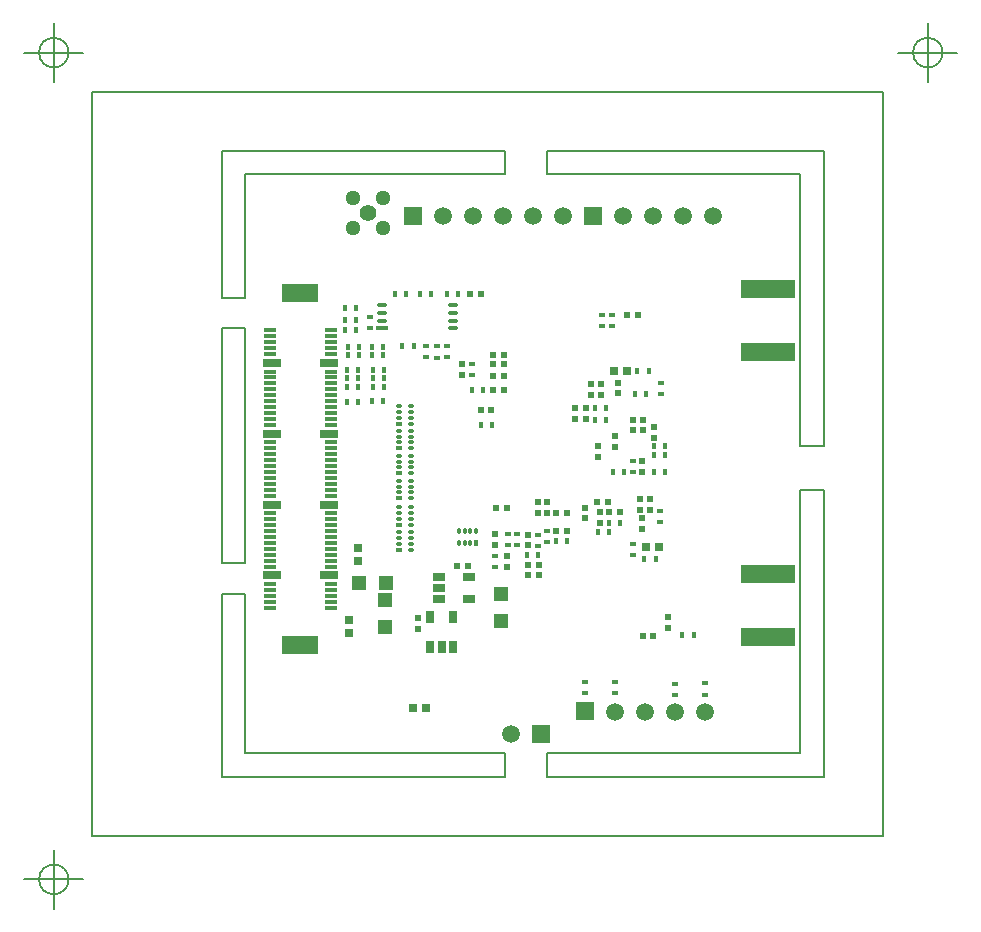
<source format=gbp>
G04 (created by PCBNEW-RS274X (2012-08-04 BZR 3667)-testing) date 10/19/2012 6:39:08 PM*
%MOIN*%
G04 Gerber Fmt 3.4, Leading zero omitted, Abs format*
%FSLAX34Y34*%
G01*
G70*
G90*
G04 APERTURE LIST*
%ADD10C,0.0017*%
%ADD11C,0.0059*%
%ADD12C,0.0077*%
%ADD13R,0.0432X0.0117*%
%ADD14R,0.0589X0.0275*%
%ADD15R,0.122X0.0629*%
%ADD16R,0.0433X0.0118*%
%ADD17R,0.0472X0.051*%
%ADD18R,0.0175X0.0195*%
%ADD19R,0.0195X0.0175*%
%ADD20R,0.0314X0.0275*%
%ADD21R,0.0275X0.0314*%
%ADD22R,0.0195X0.0195*%
%ADD23R,0.051X0.0472*%
%ADD24R,0.1849X0.0589*%
%ADD25C,0.051*%
%ADD26C,0.055*%
%ADD27C,0.0597*%
%ADD28R,0.0597X0.0597*%
%ADD29R,0.0389X0.0271*%
%ADD30R,0.0271X0.0389*%
%ADD31R,0.0394X0.0138*%
%ADD32O,0.0394X0.0138*%
%ADD33O,0.0394X0.0137*%
%ADD34O,0.0235X0.0117*%
%ADD35R,0.0235X0.0117*%
%ADD36O,0.0117X0.0235*%
%ADD37R,0.0117X0.0235*%
G04 APERTURE END LIST*
G54D10*
G54D11*
X41831Y-53937D02*
G75*
G03X41831Y-53937I-492J0D01*
G74*
G01*
X40355Y-53937D02*
X42323Y-53937D01*
X41339Y-52953D02*
X41339Y-54921D01*
X70964Y-26378D02*
G75*
G03X70964Y-26378I-492J0D01*
G74*
G01*
X69488Y-26378D02*
X71456Y-26378D01*
X70472Y-25394D02*
X70472Y-27362D01*
X41831Y-26378D02*
G75*
G03X41831Y-26378I-492J0D01*
G74*
G01*
X40355Y-26378D02*
X42323Y-26378D01*
X41339Y-25394D02*
X41339Y-27362D01*
G54D12*
X42606Y-52483D02*
X42606Y-27680D01*
X68983Y-52483D02*
X42606Y-52483D01*
X68983Y-27680D02*
X68983Y-52483D01*
X42606Y-27680D02*
X68983Y-27680D01*
X66228Y-30437D02*
X66228Y-39492D01*
X57764Y-30437D02*
X66228Y-30437D01*
X57764Y-29650D02*
X57764Y-30437D01*
X67016Y-29650D02*
X57764Y-29650D01*
X67016Y-39492D02*
X67016Y-29650D01*
X66228Y-39492D02*
X67016Y-39492D01*
X57764Y-50515D02*
X57764Y-49728D01*
X67016Y-50515D02*
X57764Y-50515D01*
X67016Y-40948D02*
X67016Y-50515D01*
X66228Y-40948D02*
X67016Y-40948D01*
X66228Y-49728D02*
X66228Y-40948D01*
X57764Y-49728D02*
X66228Y-49728D01*
X46936Y-50515D02*
X46936Y-44413D01*
X56386Y-50515D02*
X46936Y-50515D01*
X56386Y-49728D02*
X56386Y-50515D01*
X47724Y-49728D02*
X56386Y-49728D01*
X47724Y-44413D02*
X47724Y-49728D01*
X46936Y-44413D02*
X47724Y-44413D01*
X46936Y-43390D02*
X46936Y-35555D01*
X47724Y-43390D02*
X46936Y-43390D01*
X47724Y-35555D02*
X47724Y-43390D01*
X46936Y-35555D02*
X47724Y-35555D01*
X47724Y-30437D02*
X47724Y-34570D01*
X46936Y-34570D02*
X47724Y-34570D01*
X46936Y-29648D02*
X46936Y-34570D01*
X46936Y-29648D02*
X56384Y-29648D01*
X56384Y-29648D02*
X56384Y-30437D01*
X47724Y-30437D02*
X56384Y-30437D01*
G54D13*
X48532Y-35636D03*
X48532Y-35832D03*
X48532Y-36029D03*
X48532Y-36226D03*
X48532Y-36422D03*
X50576Y-36422D03*
X50576Y-36226D03*
X50578Y-36029D03*
X50578Y-35832D03*
X50578Y-35636D03*
X48534Y-37009D03*
X48534Y-37207D03*
X48534Y-37404D03*
X48534Y-37599D03*
X48534Y-37797D03*
X48534Y-37994D03*
X48534Y-38189D03*
X48534Y-38387D03*
X48534Y-38586D03*
X48534Y-38782D03*
X50578Y-38782D03*
X50581Y-38584D03*
X50581Y-38387D03*
X50578Y-38189D03*
X50578Y-37994D03*
X50581Y-37796D03*
X50581Y-37599D03*
X50581Y-37402D03*
X50581Y-37206D03*
X50581Y-37009D03*
X50581Y-39371D03*
X50581Y-39567D03*
X50581Y-39764D03*
X50581Y-39961D03*
X50581Y-40157D03*
X50579Y-40356D03*
X50579Y-40551D03*
X50581Y-40749D03*
X50581Y-40946D03*
X50579Y-41144D03*
X48534Y-41144D03*
X48534Y-40947D03*
X48534Y-40749D03*
X48534Y-40551D03*
X48534Y-40356D03*
X48534Y-40159D03*
X48534Y-39961D03*
X48534Y-39766D03*
X48534Y-39569D03*
X48534Y-39371D03*
X48530Y-41736D03*
X48530Y-41934D03*
X48530Y-42131D03*
X48530Y-42327D03*
X48530Y-42524D03*
X48530Y-42721D03*
X48530Y-42917D03*
X48530Y-43114D03*
X48530Y-43312D03*
X48530Y-43509D03*
X50578Y-44099D03*
X50578Y-44296D03*
X50578Y-44492D03*
X50576Y-44689D03*
X50576Y-44886D03*
G54D14*
X50498Y-39079D03*
X48610Y-39079D03*
X48610Y-41441D03*
X50498Y-41441D03*
X48610Y-36716D03*
X50498Y-36716D03*
X50498Y-43804D03*
G54D15*
X49554Y-34374D03*
X49554Y-46140D03*
G54D14*
X48610Y-43804D03*
G54D13*
X48532Y-44886D03*
G54D16*
X48531Y-44689D03*
G54D13*
X48532Y-44492D03*
X48532Y-44296D03*
X48532Y-44099D03*
X50576Y-43509D03*
X50577Y-43311D03*
X50577Y-43114D03*
X50576Y-42917D03*
X50576Y-42721D03*
X50577Y-42523D03*
X50577Y-42327D03*
X50577Y-42130D03*
X50577Y-41933D03*
X50577Y-41736D03*
G54D17*
X52390Y-44611D03*
X52390Y-45515D03*
X56248Y-44414D03*
X56248Y-45318D03*
G54D18*
X53906Y-34410D03*
X53536Y-34410D03*
X51512Y-36189D03*
X51142Y-36189D03*
X62295Y-45787D03*
X62665Y-45787D03*
X53331Y-36146D03*
X52961Y-36146D03*
G54D19*
X51886Y-35189D03*
X51886Y-35559D03*
G54D18*
X51402Y-35638D03*
X51032Y-35638D03*
X51488Y-38008D03*
X51118Y-38008D03*
G54D19*
X53740Y-36166D03*
X53740Y-36536D03*
G54D18*
X51512Y-36461D03*
X51142Y-36461D03*
X51476Y-37232D03*
X51106Y-37232D03*
X51969Y-37240D03*
X52339Y-37240D03*
X51941Y-36197D03*
X52311Y-36197D03*
G54D19*
X54110Y-36543D03*
X54110Y-36173D03*
G54D18*
X51945Y-37992D03*
X52315Y-37992D03*
X53079Y-34410D03*
X52709Y-34410D03*
G54D19*
X54457Y-36146D03*
X54457Y-36516D03*
G54D18*
X51480Y-37508D03*
X51110Y-37508D03*
X54453Y-34433D03*
X54823Y-34433D03*
G54D19*
X59606Y-35130D03*
X59606Y-35500D03*
X59961Y-35130D03*
X59961Y-35500D03*
X59039Y-47713D03*
X59039Y-47343D03*
X60047Y-47721D03*
X60047Y-47351D03*
X62036Y-47807D03*
X62036Y-47437D03*
X63051Y-47776D03*
X63051Y-47406D03*
X56484Y-42792D03*
X56484Y-42422D03*
G54D18*
X58087Y-42642D03*
X58457Y-42642D03*
X55658Y-37614D03*
X55288Y-37614D03*
G54D19*
X55284Y-36764D03*
X55284Y-37134D03*
G54D18*
X59382Y-38228D03*
X59752Y-38228D03*
X59488Y-42347D03*
X59858Y-42347D03*
X59831Y-42044D03*
X60201Y-42044D03*
X61713Y-39500D03*
X61343Y-39500D03*
X59382Y-38610D03*
X59752Y-38610D03*
G54D19*
X60638Y-39984D03*
X60638Y-40354D03*
G54D18*
X59969Y-40355D03*
X60339Y-40355D03*
X61358Y-40351D03*
X61728Y-40351D03*
G54D19*
X61551Y-41642D03*
X61551Y-42012D03*
X56764Y-42421D03*
X56764Y-42791D03*
G54D18*
X60697Y-37768D03*
X61067Y-37768D03*
X51965Y-36953D03*
X52335Y-36953D03*
G54D19*
X60646Y-42760D03*
X60646Y-43130D03*
G54D18*
X61398Y-43256D03*
X61028Y-43256D03*
X60795Y-36981D03*
X61165Y-36981D03*
G54D19*
X61571Y-37756D03*
X61571Y-37386D03*
X57768Y-42685D03*
X57768Y-42315D03*
G54D18*
X61721Y-39799D03*
X61351Y-39799D03*
X55941Y-38776D03*
X55571Y-38776D03*
G54D19*
X56051Y-43146D03*
X56051Y-43516D03*
G54D18*
X51410Y-34890D03*
X51040Y-34890D03*
X51040Y-35280D03*
X51410Y-35280D03*
X52339Y-37512D03*
X51969Y-37512D03*
X51476Y-36957D03*
X51106Y-36957D03*
X51941Y-36469D03*
X52311Y-36469D03*
X57484Y-43122D03*
X57114Y-43122D03*
G54D19*
X57465Y-42449D03*
X57465Y-42819D03*
G54D20*
X51473Y-43325D03*
X51473Y-42895D03*
G54D21*
X60440Y-36984D03*
X60010Y-36984D03*
X53309Y-48228D03*
X53739Y-48228D03*
X61073Y-42847D03*
X61503Y-42847D03*
G54D20*
X51169Y-45305D03*
X51169Y-45735D03*
G54D22*
X61228Y-41626D03*
X61228Y-41272D03*
X60949Y-40346D03*
X60949Y-39992D03*
X60878Y-41626D03*
X60878Y-41272D03*
X60634Y-38634D03*
X60988Y-38634D03*
X56437Y-41545D03*
X56083Y-41545D03*
X60634Y-38945D03*
X60988Y-38945D03*
X56047Y-42426D03*
X56047Y-42780D03*
X55130Y-43477D03*
X54776Y-43477D03*
X57500Y-43783D03*
X57146Y-43783D03*
X55981Y-37610D03*
X56335Y-37610D03*
X57500Y-43453D03*
X57146Y-43453D03*
X57150Y-42445D03*
X57150Y-42799D03*
X55209Y-34425D03*
X55563Y-34425D03*
X60445Y-35130D03*
X60799Y-35130D03*
X61827Y-45543D03*
X61827Y-45189D03*
X61319Y-45811D03*
X60965Y-45811D03*
X59539Y-42047D03*
X59539Y-41693D03*
X54949Y-37126D03*
X54949Y-36772D03*
X57768Y-41721D03*
X57768Y-41367D03*
X57484Y-41717D03*
X57484Y-41363D03*
X59476Y-39843D03*
X59476Y-39489D03*
X55929Y-38299D03*
X55575Y-38299D03*
X56437Y-43166D03*
X56437Y-43520D03*
X59067Y-38217D03*
X58713Y-38217D03*
X59075Y-38595D03*
X58721Y-38595D03*
X61343Y-39209D03*
X61343Y-38855D03*
X60039Y-39169D03*
X60039Y-39523D03*
X59035Y-41899D03*
X59035Y-41545D03*
X60162Y-37732D03*
X60162Y-37378D03*
X60205Y-41685D03*
X59851Y-41685D03*
X60941Y-41890D03*
X60941Y-42244D03*
X55981Y-37169D03*
X56335Y-37169D03*
X55977Y-36756D03*
X56331Y-36756D03*
X55988Y-36453D03*
X56342Y-36453D03*
X59236Y-37780D03*
X59236Y-37426D03*
X59579Y-37780D03*
X59579Y-37426D03*
X58087Y-42339D03*
X58441Y-42339D03*
X58079Y-41717D03*
X58433Y-41717D03*
X53469Y-45225D03*
X53469Y-45579D03*
X59445Y-41343D03*
X59799Y-41343D03*
G54D23*
X52409Y-44044D03*
X51505Y-44044D03*
G54D24*
X65161Y-45867D03*
X65161Y-43763D03*
X65145Y-36350D03*
X65145Y-34246D03*
G54D25*
X51299Y-32217D03*
X52299Y-32217D03*
X52299Y-31217D03*
X51299Y-31217D03*
G54D26*
X51799Y-31717D03*
G54D27*
X58307Y-31834D03*
X57307Y-31834D03*
X56307Y-31834D03*
X55307Y-31834D03*
G54D28*
X53307Y-31814D03*
G54D27*
X54307Y-31834D03*
G54D28*
X57576Y-49079D03*
G54D27*
X56576Y-49079D03*
G54D29*
X54184Y-44603D03*
X54184Y-43853D03*
X55184Y-44603D03*
X54184Y-44228D03*
X55184Y-43853D03*
G54D30*
X54646Y-46200D03*
X53896Y-46200D03*
X54646Y-45200D03*
X54271Y-46200D03*
X53896Y-45200D03*
G54D31*
X52291Y-35567D03*
G54D32*
X52291Y-35311D03*
X52291Y-35055D03*
X52291Y-34799D03*
G54D33*
X54654Y-35567D03*
G54D32*
X54654Y-35311D03*
X54654Y-35055D03*
X54654Y-34799D03*
G54D27*
X63314Y-31834D03*
X62314Y-31834D03*
X61314Y-31834D03*
G54D28*
X59314Y-31814D03*
G54D27*
X60314Y-31834D03*
X63043Y-48350D03*
X62043Y-48350D03*
X61043Y-48350D03*
G54D28*
X59043Y-48330D03*
G54D27*
X60043Y-48350D03*
G54D34*
X53256Y-38752D03*
X53256Y-38555D03*
X53256Y-38162D03*
X52862Y-38162D03*
G54D35*
X52862Y-38752D03*
G54D34*
X53256Y-38359D03*
X52862Y-38359D03*
X52862Y-38555D03*
X53256Y-39567D03*
X53256Y-39370D03*
X53256Y-38977D03*
X52862Y-38977D03*
G54D35*
X52862Y-39567D03*
G54D34*
X53256Y-39174D03*
X52862Y-39174D03*
X52862Y-39370D03*
X53256Y-40402D03*
X53256Y-40205D03*
X53256Y-39812D03*
X52862Y-39812D03*
G54D35*
X52862Y-40402D03*
G54D34*
X53256Y-40009D03*
X52862Y-40009D03*
X52862Y-40205D03*
X53256Y-41236D03*
X53256Y-41039D03*
X53256Y-40646D03*
X52862Y-40646D03*
G54D35*
X52862Y-41236D03*
G54D34*
X53256Y-40843D03*
X52862Y-40843D03*
X52862Y-41039D03*
X53256Y-42122D03*
X53256Y-41925D03*
X53256Y-41532D03*
X52862Y-41532D03*
G54D35*
X52862Y-42122D03*
G54D34*
X53256Y-41729D03*
X52862Y-41729D03*
X52862Y-41925D03*
X53256Y-42941D03*
X53256Y-42744D03*
X53256Y-42351D03*
X52862Y-42351D03*
G54D35*
X52862Y-42941D03*
G54D34*
X53256Y-42548D03*
X52862Y-42548D03*
X52862Y-42744D03*
G54D36*
X55425Y-42319D03*
X55228Y-42319D03*
X54835Y-42319D03*
X54835Y-42713D03*
G54D37*
X55425Y-42713D03*
G54D36*
X55032Y-42319D03*
X55032Y-42713D03*
X55228Y-42713D03*
M02*

</source>
